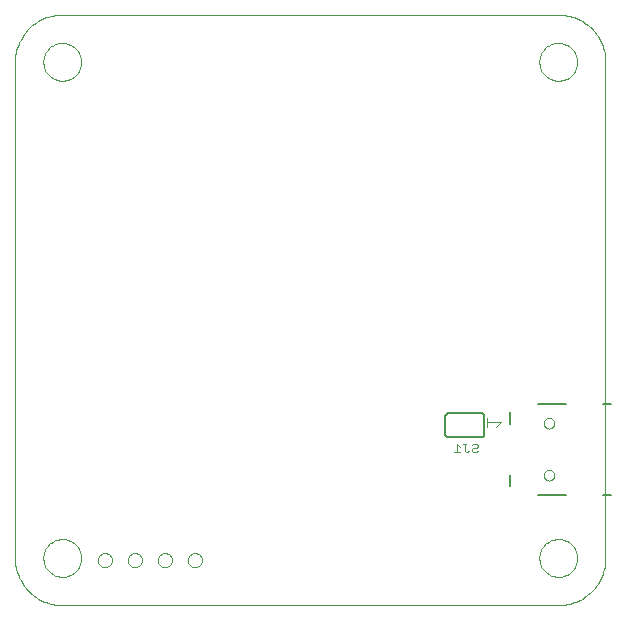
<source format=gbo>
G75*
G70*
%OFA0B0*%
%FSLAX24Y24*%
%IPPOS*%
%LPD*%
%AMOC8*
5,1,8,0,0,1.08239X$1,22.5*
%
%ADD10C,0.0000*%
%ADD11C,0.0050*%
%ADD12C,0.0040*%
%ADD13C,0.0060*%
%ADD14C,0.0030*%
D10*
X004166Y003416D02*
X020701Y003416D01*
X020071Y004990D02*
X020073Y005040D01*
X020079Y005090D01*
X020089Y005139D01*
X020103Y005187D01*
X020120Y005234D01*
X020141Y005279D01*
X020166Y005323D01*
X020194Y005364D01*
X020226Y005403D01*
X020260Y005440D01*
X020297Y005474D01*
X020337Y005504D01*
X020379Y005531D01*
X020423Y005555D01*
X020469Y005576D01*
X020516Y005592D01*
X020564Y005605D01*
X020614Y005614D01*
X020663Y005619D01*
X020714Y005620D01*
X020764Y005617D01*
X020813Y005610D01*
X020862Y005599D01*
X020910Y005584D01*
X020956Y005566D01*
X021001Y005544D01*
X021044Y005518D01*
X021085Y005489D01*
X021124Y005457D01*
X021160Y005422D01*
X021192Y005384D01*
X021222Y005344D01*
X021249Y005301D01*
X021272Y005257D01*
X021291Y005211D01*
X021307Y005163D01*
X021319Y005114D01*
X021327Y005065D01*
X021331Y005015D01*
X021331Y004965D01*
X021327Y004915D01*
X021319Y004866D01*
X021307Y004817D01*
X021291Y004769D01*
X021272Y004723D01*
X021249Y004679D01*
X021222Y004636D01*
X021192Y004596D01*
X021160Y004558D01*
X021124Y004523D01*
X021085Y004491D01*
X021044Y004462D01*
X021001Y004436D01*
X020956Y004414D01*
X020910Y004396D01*
X020862Y004381D01*
X020813Y004370D01*
X020764Y004363D01*
X020714Y004360D01*
X020663Y004361D01*
X020614Y004366D01*
X020564Y004375D01*
X020516Y004388D01*
X020469Y004404D01*
X020423Y004425D01*
X020379Y004449D01*
X020337Y004476D01*
X020297Y004506D01*
X020260Y004540D01*
X020226Y004577D01*
X020194Y004616D01*
X020166Y004657D01*
X020141Y004701D01*
X020120Y004746D01*
X020103Y004793D01*
X020089Y004841D01*
X020079Y004890D01*
X020073Y004940D01*
X020071Y004990D01*
X020701Y003415D02*
X020778Y003417D01*
X020855Y003423D01*
X020932Y003432D01*
X021008Y003445D01*
X021084Y003462D01*
X021158Y003483D01*
X021232Y003507D01*
X021304Y003535D01*
X021374Y003566D01*
X021443Y003601D01*
X021511Y003639D01*
X021576Y003680D01*
X021639Y003725D01*
X021700Y003773D01*
X021759Y003823D01*
X021815Y003876D01*
X021868Y003932D01*
X021918Y003991D01*
X021966Y004052D01*
X022011Y004115D01*
X022052Y004180D01*
X022090Y004248D01*
X022125Y004317D01*
X022156Y004387D01*
X022184Y004459D01*
X022208Y004533D01*
X022229Y004607D01*
X022246Y004683D01*
X022259Y004759D01*
X022268Y004836D01*
X022274Y004913D01*
X022276Y004990D01*
X022276Y021526D01*
X020071Y021526D02*
X020073Y021576D01*
X020079Y021626D01*
X020089Y021675D01*
X020103Y021723D01*
X020120Y021770D01*
X020141Y021815D01*
X020166Y021859D01*
X020194Y021900D01*
X020226Y021939D01*
X020260Y021976D01*
X020297Y022010D01*
X020337Y022040D01*
X020379Y022067D01*
X020423Y022091D01*
X020469Y022112D01*
X020516Y022128D01*
X020564Y022141D01*
X020614Y022150D01*
X020663Y022155D01*
X020714Y022156D01*
X020764Y022153D01*
X020813Y022146D01*
X020862Y022135D01*
X020910Y022120D01*
X020956Y022102D01*
X021001Y022080D01*
X021044Y022054D01*
X021085Y022025D01*
X021124Y021993D01*
X021160Y021958D01*
X021192Y021920D01*
X021222Y021880D01*
X021249Y021837D01*
X021272Y021793D01*
X021291Y021747D01*
X021307Y021699D01*
X021319Y021650D01*
X021327Y021601D01*
X021331Y021551D01*
X021331Y021501D01*
X021327Y021451D01*
X021319Y021402D01*
X021307Y021353D01*
X021291Y021305D01*
X021272Y021259D01*
X021249Y021215D01*
X021222Y021172D01*
X021192Y021132D01*
X021160Y021094D01*
X021124Y021059D01*
X021085Y021027D01*
X021044Y020998D01*
X021001Y020972D01*
X020956Y020950D01*
X020910Y020932D01*
X020862Y020917D01*
X020813Y020906D01*
X020764Y020899D01*
X020714Y020896D01*
X020663Y020897D01*
X020614Y020902D01*
X020564Y020911D01*
X020516Y020924D01*
X020469Y020940D01*
X020423Y020961D01*
X020379Y020985D01*
X020337Y021012D01*
X020297Y021042D01*
X020260Y021076D01*
X020226Y021113D01*
X020194Y021152D01*
X020166Y021193D01*
X020141Y021237D01*
X020120Y021282D01*
X020103Y021329D01*
X020089Y021377D01*
X020079Y021426D01*
X020073Y021476D01*
X020071Y021526D01*
X020701Y023101D02*
X020778Y023099D01*
X020855Y023093D01*
X020932Y023084D01*
X021008Y023071D01*
X021084Y023054D01*
X021158Y023033D01*
X021232Y023009D01*
X021304Y022981D01*
X021374Y022950D01*
X021443Y022915D01*
X021511Y022877D01*
X021576Y022836D01*
X021639Y022791D01*
X021700Y022743D01*
X021759Y022693D01*
X021815Y022640D01*
X021868Y022584D01*
X021918Y022525D01*
X021966Y022464D01*
X022011Y022401D01*
X022052Y022336D01*
X022090Y022268D01*
X022125Y022199D01*
X022156Y022129D01*
X022184Y022057D01*
X022208Y021983D01*
X022229Y021909D01*
X022246Y021833D01*
X022259Y021757D01*
X022268Y021680D01*
X022274Y021603D01*
X022276Y021526D01*
X020701Y023101D02*
X004166Y023101D01*
X003536Y021526D02*
X003538Y021576D01*
X003544Y021626D01*
X003554Y021675D01*
X003568Y021723D01*
X003585Y021770D01*
X003606Y021815D01*
X003631Y021859D01*
X003659Y021900D01*
X003691Y021939D01*
X003725Y021976D01*
X003762Y022010D01*
X003802Y022040D01*
X003844Y022067D01*
X003888Y022091D01*
X003934Y022112D01*
X003981Y022128D01*
X004029Y022141D01*
X004079Y022150D01*
X004128Y022155D01*
X004179Y022156D01*
X004229Y022153D01*
X004278Y022146D01*
X004327Y022135D01*
X004375Y022120D01*
X004421Y022102D01*
X004466Y022080D01*
X004509Y022054D01*
X004550Y022025D01*
X004589Y021993D01*
X004625Y021958D01*
X004657Y021920D01*
X004687Y021880D01*
X004714Y021837D01*
X004737Y021793D01*
X004756Y021747D01*
X004772Y021699D01*
X004784Y021650D01*
X004792Y021601D01*
X004796Y021551D01*
X004796Y021501D01*
X004792Y021451D01*
X004784Y021402D01*
X004772Y021353D01*
X004756Y021305D01*
X004737Y021259D01*
X004714Y021215D01*
X004687Y021172D01*
X004657Y021132D01*
X004625Y021094D01*
X004589Y021059D01*
X004550Y021027D01*
X004509Y020998D01*
X004466Y020972D01*
X004421Y020950D01*
X004375Y020932D01*
X004327Y020917D01*
X004278Y020906D01*
X004229Y020899D01*
X004179Y020896D01*
X004128Y020897D01*
X004079Y020902D01*
X004029Y020911D01*
X003981Y020924D01*
X003934Y020940D01*
X003888Y020961D01*
X003844Y020985D01*
X003802Y021012D01*
X003762Y021042D01*
X003725Y021076D01*
X003691Y021113D01*
X003659Y021152D01*
X003631Y021193D01*
X003606Y021237D01*
X003585Y021282D01*
X003568Y021329D01*
X003554Y021377D01*
X003544Y021426D01*
X003538Y021476D01*
X003536Y021526D01*
X002591Y021526D02*
X002593Y021603D01*
X002599Y021680D01*
X002608Y021757D01*
X002621Y021833D01*
X002638Y021909D01*
X002659Y021983D01*
X002683Y022057D01*
X002711Y022129D01*
X002742Y022199D01*
X002777Y022268D01*
X002815Y022336D01*
X002856Y022401D01*
X002901Y022464D01*
X002949Y022525D01*
X002999Y022584D01*
X003052Y022640D01*
X003108Y022693D01*
X003167Y022743D01*
X003228Y022791D01*
X003291Y022836D01*
X003356Y022877D01*
X003424Y022915D01*
X003493Y022950D01*
X003563Y022981D01*
X003635Y023009D01*
X003709Y023033D01*
X003783Y023054D01*
X003859Y023071D01*
X003935Y023084D01*
X004012Y023093D01*
X004089Y023099D01*
X004166Y023101D01*
X002591Y021526D02*
X002591Y004990D01*
X003536Y004990D02*
X003538Y005040D01*
X003544Y005090D01*
X003554Y005139D01*
X003568Y005187D01*
X003585Y005234D01*
X003606Y005279D01*
X003631Y005323D01*
X003659Y005364D01*
X003691Y005403D01*
X003725Y005440D01*
X003762Y005474D01*
X003802Y005504D01*
X003844Y005531D01*
X003888Y005555D01*
X003934Y005576D01*
X003981Y005592D01*
X004029Y005605D01*
X004079Y005614D01*
X004128Y005619D01*
X004179Y005620D01*
X004229Y005617D01*
X004278Y005610D01*
X004327Y005599D01*
X004375Y005584D01*
X004421Y005566D01*
X004466Y005544D01*
X004509Y005518D01*
X004550Y005489D01*
X004589Y005457D01*
X004625Y005422D01*
X004657Y005384D01*
X004687Y005344D01*
X004714Y005301D01*
X004737Y005257D01*
X004756Y005211D01*
X004772Y005163D01*
X004784Y005114D01*
X004792Y005065D01*
X004796Y005015D01*
X004796Y004965D01*
X004792Y004915D01*
X004784Y004866D01*
X004772Y004817D01*
X004756Y004769D01*
X004737Y004723D01*
X004714Y004679D01*
X004687Y004636D01*
X004657Y004596D01*
X004625Y004558D01*
X004589Y004523D01*
X004550Y004491D01*
X004509Y004462D01*
X004466Y004436D01*
X004421Y004414D01*
X004375Y004396D01*
X004327Y004381D01*
X004278Y004370D01*
X004229Y004363D01*
X004179Y004360D01*
X004128Y004361D01*
X004079Y004366D01*
X004029Y004375D01*
X003981Y004388D01*
X003934Y004404D01*
X003888Y004425D01*
X003844Y004449D01*
X003802Y004476D01*
X003762Y004506D01*
X003725Y004540D01*
X003691Y004577D01*
X003659Y004616D01*
X003631Y004657D01*
X003606Y004701D01*
X003585Y004746D01*
X003568Y004793D01*
X003554Y004841D01*
X003544Y004890D01*
X003538Y004940D01*
X003536Y004990D01*
X002591Y004990D02*
X002593Y004913D01*
X002599Y004836D01*
X002608Y004759D01*
X002621Y004683D01*
X002638Y004607D01*
X002659Y004533D01*
X002683Y004459D01*
X002711Y004387D01*
X002742Y004317D01*
X002777Y004248D01*
X002815Y004180D01*
X002856Y004115D01*
X002901Y004052D01*
X002949Y003991D01*
X002999Y003932D01*
X003052Y003876D01*
X003108Y003823D01*
X003167Y003773D01*
X003228Y003725D01*
X003291Y003680D01*
X003356Y003639D01*
X003424Y003601D01*
X003493Y003566D01*
X003563Y003535D01*
X003635Y003507D01*
X003709Y003483D01*
X003783Y003462D01*
X003859Y003445D01*
X003935Y003432D01*
X004012Y003423D01*
X004089Y003417D01*
X004166Y003415D01*
X005355Y004916D02*
X005357Y004946D01*
X005363Y004976D01*
X005372Y005005D01*
X005385Y005032D01*
X005402Y005057D01*
X005421Y005080D01*
X005444Y005101D01*
X005469Y005118D01*
X005495Y005132D01*
X005524Y005142D01*
X005553Y005149D01*
X005583Y005152D01*
X005614Y005151D01*
X005644Y005146D01*
X005673Y005137D01*
X005700Y005125D01*
X005726Y005110D01*
X005750Y005091D01*
X005771Y005069D01*
X005789Y005045D01*
X005804Y005018D01*
X005815Y004990D01*
X005823Y004961D01*
X005827Y004931D01*
X005827Y004901D01*
X005823Y004871D01*
X005815Y004842D01*
X005804Y004814D01*
X005789Y004787D01*
X005771Y004763D01*
X005750Y004741D01*
X005726Y004722D01*
X005700Y004707D01*
X005673Y004695D01*
X005644Y004686D01*
X005614Y004681D01*
X005583Y004680D01*
X005553Y004683D01*
X005524Y004690D01*
X005495Y004700D01*
X005469Y004714D01*
X005444Y004731D01*
X005421Y004752D01*
X005402Y004775D01*
X005385Y004800D01*
X005372Y004827D01*
X005363Y004856D01*
X005357Y004886D01*
X005355Y004916D01*
X006355Y004916D02*
X006357Y004946D01*
X006363Y004976D01*
X006372Y005005D01*
X006385Y005032D01*
X006402Y005057D01*
X006421Y005080D01*
X006444Y005101D01*
X006469Y005118D01*
X006495Y005132D01*
X006524Y005142D01*
X006553Y005149D01*
X006583Y005152D01*
X006614Y005151D01*
X006644Y005146D01*
X006673Y005137D01*
X006700Y005125D01*
X006726Y005110D01*
X006750Y005091D01*
X006771Y005069D01*
X006789Y005045D01*
X006804Y005018D01*
X006815Y004990D01*
X006823Y004961D01*
X006827Y004931D01*
X006827Y004901D01*
X006823Y004871D01*
X006815Y004842D01*
X006804Y004814D01*
X006789Y004787D01*
X006771Y004763D01*
X006750Y004741D01*
X006726Y004722D01*
X006700Y004707D01*
X006673Y004695D01*
X006644Y004686D01*
X006614Y004681D01*
X006583Y004680D01*
X006553Y004683D01*
X006524Y004690D01*
X006495Y004700D01*
X006469Y004714D01*
X006444Y004731D01*
X006421Y004752D01*
X006402Y004775D01*
X006385Y004800D01*
X006372Y004827D01*
X006363Y004856D01*
X006357Y004886D01*
X006355Y004916D01*
X007355Y004916D02*
X007357Y004946D01*
X007363Y004976D01*
X007372Y005005D01*
X007385Y005032D01*
X007402Y005057D01*
X007421Y005080D01*
X007444Y005101D01*
X007469Y005118D01*
X007495Y005132D01*
X007524Y005142D01*
X007553Y005149D01*
X007583Y005152D01*
X007614Y005151D01*
X007644Y005146D01*
X007673Y005137D01*
X007700Y005125D01*
X007726Y005110D01*
X007750Y005091D01*
X007771Y005069D01*
X007789Y005045D01*
X007804Y005018D01*
X007815Y004990D01*
X007823Y004961D01*
X007827Y004931D01*
X007827Y004901D01*
X007823Y004871D01*
X007815Y004842D01*
X007804Y004814D01*
X007789Y004787D01*
X007771Y004763D01*
X007750Y004741D01*
X007726Y004722D01*
X007700Y004707D01*
X007673Y004695D01*
X007644Y004686D01*
X007614Y004681D01*
X007583Y004680D01*
X007553Y004683D01*
X007524Y004690D01*
X007495Y004700D01*
X007469Y004714D01*
X007444Y004731D01*
X007421Y004752D01*
X007402Y004775D01*
X007385Y004800D01*
X007372Y004827D01*
X007363Y004856D01*
X007357Y004886D01*
X007355Y004916D01*
X008355Y004916D02*
X008357Y004946D01*
X008363Y004976D01*
X008372Y005005D01*
X008385Y005032D01*
X008402Y005057D01*
X008421Y005080D01*
X008444Y005101D01*
X008469Y005118D01*
X008495Y005132D01*
X008524Y005142D01*
X008553Y005149D01*
X008583Y005152D01*
X008614Y005151D01*
X008644Y005146D01*
X008673Y005137D01*
X008700Y005125D01*
X008726Y005110D01*
X008750Y005091D01*
X008771Y005069D01*
X008789Y005045D01*
X008804Y005018D01*
X008815Y004990D01*
X008823Y004961D01*
X008827Y004931D01*
X008827Y004901D01*
X008823Y004871D01*
X008815Y004842D01*
X008804Y004814D01*
X008789Y004787D01*
X008771Y004763D01*
X008750Y004741D01*
X008726Y004722D01*
X008700Y004707D01*
X008673Y004695D01*
X008644Y004686D01*
X008614Y004681D01*
X008583Y004680D01*
X008553Y004683D01*
X008524Y004690D01*
X008495Y004700D01*
X008469Y004714D01*
X008444Y004731D01*
X008421Y004752D01*
X008402Y004775D01*
X008385Y004800D01*
X008372Y004827D01*
X008363Y004856D01*
X008357Y004886D01*
X008355Y004916D01*
X020214Y007749D02*
X020216Y007775D01*
X020222Y007801D01*
X020232Y007826D01*
X020245Y007849D01*
X020261Y007869D01*
X020281Y007887D01*
X020303Y007902D01*
X020326Y007914D01*
X020352Y007922D01*
X020378Y007926D01*
X020404Y007926D01*
X020430Y007922D01*
X020456Y007914D01*
X020480Y007902D01*
X020501Y007887D01*
X020521Y007869D01*
X020537Y007849D01*
X020550Y007826D01*
X020560Y007801D01*
X020566Y007775D01*
X020568Y007749D01*
X020566Y007723D01*
X020560Y007697D01*
X020550Y007672D01*
X020537Y007649D01*
X020521Y007629D01*
X020501Y007611D01*
X020479Y007596D01*
X020456Y007584D01*
X020430Y007576D01*
X020404Y007572D01*
X020378Y007572D01*
X020352Y007576D01*
X020326Y007584D01*
X020302Y007596D01*
X020281Y007611D01*
X020261Y007629D01*
X020245Y007649D01*
X020232Y007672D01*
X020222Y007697D01*
X020216Y007723D01*
X020214Y007749D01*
X020214Y009482D02*
X020216Y009508D01*
X020222Y009534D01*
X020232Y009559D01*
X020245Y009582D01*
X020261Y009602D01*
X020281Y009620D01*
X020303Y009635D01*
X020326Y009647D01*
X020352Y009655D01*
X020378Y009659D01*
X020404Y009659D01*
X020430Y009655D01*
X020456Y009647D01*
X020480Y009635D01*
X020501Y009620D01*
X020521Y009602D01*
X020537Y009582D01*
X020550Y009559D01*
X020560Y009534D01*
X020566Y009508D01*
X020568Y009482D01*
X020566Y009456D01*
X020560Y009430D01*
X020550Y009405D01*
X020537Y009382D01*
X020521Y009362D01*
X020501Y009344D01*
X020479Y009329D01*
X020456Y009317D01*
X020430Y009309D01*
X020404Y009305D01*
X020378Y009305D01*
X020352Y009309D01*
X020326Y009317D01*
X020302Y009329D01*
X020281Y009344D01*
X020261Y009362D01*
X020245Y009382D01*
X020232Y009405D01*
X020222Y009430D01*
X020216Y009456D01*
X020214Y009482D01*
D11*
X020017Y010131D02*
X020962Y010131D01*
X022182Y010131D02*
X022458Y010131D01*
X022458Y007100D02*
X022182Y007100D01*
X020962Y007100D02*
X020017Y007100D01*
X019092Y007375D02*
X019092Y007769D01*
X019092Y009462D02*
X019092Y009856D01*
D12*
X018796Y009510D02*
X018336Y009510D01*
X018336Y009663D02*
X018336Y009356D01*
X018643Y009356D02*
X018796Y009510D01*
D13*
X018241Y009716D02*
X018241Y009116D01*
X018239Y009099D01*
X018235Y009082D01*
X018228Y009066D01*
X018218Y009052D01*
X018205Y009039D01*
X018191Y009029D01*
X018175Y009022D01*
X018158Y009018D01*
X018141Y009016D01*
X017041Y009016D01*
X017024Y009018D01*
X017007Y009022D01*
X016991Y009029D01*
X016977Y009039D01*
X016964Y009052D01*
X016954Y009066D01*
X016947Y009082D01*
X016943Y009099D01*
X016941Y009116D01*
X016941Y009716D01*
X016943Y009733D01*
X016947Y009750D01*
X016954Y009766D01*
X016964Y009780D01*
X016977Y009793D01*
X016991Y009803D01*
X017007Y009810D01*
X017024Y009814D01*
X017041Y009816D01*
X018141Y009816D01*
X018158Y009814D01*
X018175Y009810D01*
X018191Y009803D01*
X018205Y009793D01*
X018218Y009780D01*
X018228Y009766D01*
X018235Y009750D01*
X018239Y009733D01*
X018241Y009716D01*
D14*
X017969Y008801D02*
X017873Y008801D01*
X017824Y008752D01*
X017873Y008656D02*
X017824Y008607D01*
X017824Y008559D01*
X017873Y008511D01*
X017969Y008511D01*
X018018Y008559D01*
X017969Y008656D02*
X017873Y008656D01*
X017969Y008656D02*
X018018Y008704D01*
X018018Y008752D01*
X017969Y008801D01*
X017723Y008559D02*
X017675Y008511D01*
X017626Y008511D01*
X017578Y008559D01*
X017578Y008801D01*
X017626Y008801D02*
X017530Y008801D01*
X017428Y008704D02*
X017332Y008801D01*
X017332Y008511D01*
X017428Y008511D02*
X017235Y008511D01*
M02*

</source>
